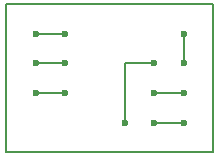
<source format=gbr>
%TF.GenerationSoftware,KiCad,Pcbnew,9.0.2*%
%TF.CreationDate,2025-10-22T16:23:27-03:00*%
%TF.ProjectId,Esquema_Buzzer,45737175-656d-4615-9f42-757a7a65722e,rev?*%
%TF.SameCoordinates,Original*%
%TF.FileFunction,Copper,L2,Bot*%
%TF.FilePolarity,Positive*%
%FSLAX46Y46*%
G04 Gerber Fmt 4.6, Leading zero omitted, Abs format (unit mm)*
G04 Created by KiCad (PCBNEW 9.0.2) date 2025-10-22 16:23:27*
%MOMM*%
%LPD*%
G01*
G04 APERTURE LIST*
%TA.AperFunction,NonConductor*%
%ADD10C,0.200000*%
%TD*%
%TA.AperFunction,ViaPad*%
%ADD11C,0.600000*%
%TD*%
%TA.AperFunction,Conductor*%
%ADD12C,0.200000*%
%TD*%
G04 APERTURE END LIST*
D10*
X27500000Y-27500000D02*
X45000000Y-27500000D01*
X45000000Y-40000000D01*
X27500000Y-40000000D01*
X27500000Y-27500000D01*
D11*
%TO.N,*%
X37500000Y-37500000D03*
X40000000Y-37500000D03*
X32500000Y-30000000D03*
X40000000Y-32500000D03*
X32500000Y-32500000D03*
X32500000Y-35000000D03*
X42500000Y-32500000D03*
X42500000Y-30000000D03*
X40000000Y-35000000D03*
X42500000Y-35000000D03*
X30000000Y-30000000D03*
X30000000Y-32500000D03*
X30000000Y-35000000D03*
X42500000Y-37500000D03*
%TD*%
D12*
%TO.N,*%
X30000000Y-35000000D02*
X32500000Y-35000000D01*
X42500000Y-30000000D02*
X42500000Y-32500000D01*
X40000000Y-35000000D02*
X42500000Y-35000000D01*
X30000000Y-30000000D02*
X32500000Y-30000000D01*
X42500000Y-37500000D02*
X40000000Y-37500000D01*
X40000000Y-32500000D02*
X37500000Y-32500000D01*
X30000000Y-32500000D02*
X32500000Y-32500000D01*
X37500000Y-32500000D02*
X37500000Y-37500000D01*
%TD*%
M02*

</source>
